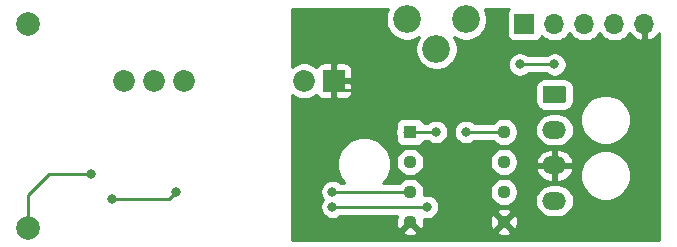
<source format=gbr>
G04 #@! TF.GenerationSoftware,KiCad,Pcbnew,(5.1.5)-3*
G04 #@! TF.CreationDate,2020-07-17T00:05:11-04:00*
G04 #@! TF.ProjectId,Power Transducer,506f7765-7220-4547-9261-6e7364756365,rev?*
G04 #@! TF.SameCoordinates,Original*
G04 #@! TF.FileFunction,Copper,L2,Bot*
G04 #@! TF.FilePolarity,Positive*
%FSLAX46Y46*%
G04 Gerber Fmt 4.6, Leading zero omitted, Abs format (unit mm)*
G04 Created by KiCad (PCBNEW (5.1.5)-3) date 2020-07-17 00:05:11*
%MOMM*%
%LPD*%
G04 APERTURE LIST*
%ADD10C,2.340000*%
%ADD11R,1.130000X1.130000*%
%ADD12C,1.130000*%
%ADD13C,2.000000*%
%ADD14C,0.100000*%
%ADD15O,2.020000X1.500000*%
%ADD16O,1.700000X1.700000*%
%ADD17R,1.700000X1.700000*%
%ADD18R,1.850000X1.850000*%
%ADD19C,1.850000*%
%ADD20C,0.800000*%
%ADD21C,0.250000*%
%ADD22C,0.254000*%
G04 APERTURE END LIST*
D10*
X131699000Y-71120000D03*
X129199000Y-73620000D03*
X126699000Y-71120000D03*
D11*
X126967000Y-80645000D03*
D12*
X126967000Y-83185000D03*
X126967000Y-85725000D03*
X126967000Y-88265000D03*
X134907000Y-88265000D03*
X134907000Y-85725000D03*
X134907000Y-83185000D03*
X134907000Y-80645000D03*
D13*
X94615000Y-71501000D03*
X94615000Y-88773000D03*
G04 #@! TA.AperFunction,ComponentPad*
D14*
G36*
X139976504Y-76721204D02*
G01*
X140000773Y-76724804D01*
X140024571Y-76730765D01*
X140047671Y-76739030D01*
X140069849Y-76749520D01*
X140090893Y-76762133D01*
X140110598Y-76776747D01*
X140128777Y-76793223D01*
X140145253Y-76811402D01*
X140159867Y-76831107D01*
X140172480Y-76852151D01*
X140182970Y-76874329D01*
X140191235Y-76897429D01*
X140197196Y-76921227D01*
X140200796Y-76945496D01*
X140202000Y-76970000D01*
X140202000Y-77970000D01*
X140200796Y-77994504D01*
X140197196Y-78018773D01*
X140191235Y-78042571D01*
X140182970Y-78065671D01*
X140172480Y-78087849D01*
X140159867Y-78108893D01*
X140145253Y-78128598D01*
X140128777Y-78146777D01*
X140110598Y-78163253D01*
X140090893Y-78177867D01*
X140069849Y-78190480D01*
X140047671Y-78200970D01*
X140024571Y-78209235D01*
X140000773Y-78215196D01*
X139976504Y-78218796D01*
X139952000Y-78220000D01*
X138432000Y-78220000D01*
X138407496Y-78218796D01*
X138383227Y-78215196D01*
X138359429Y-78209235D01*
X138336329Y-78200970D01*
X138314151Y-78190480D01*
X138293107Y-78177867D01*
X138273402Y-78163253D01*
X138255223Y-78146777D01*
X138238747Y-78128598D01*
X138224133Y-78108893D01*
X138211520Y-78087849D01*
X138201030Y-78065671D01*
X138192765Y-78042571D01*
X138186804Y-78018773D01*
X138183204Y-77994504D01*
X138182000Y-77970000D01*
X138182000Y-76970000D01*
X138183204Y-76945496D01*
X138186804Y-76921227D01*
X138192765Y-76897429D01*
X138201030Y-76874329D01*
X138211520Y-76852151D01*
X138224133Y-76831107D01*
X138238747Y-76811402D01*
X138255223Y-76793223D01*
X138273402Y-76776747D01*
X138293107Y-76762133D01*
X138314151Y-76749520D01*
X138336329Y-76739030D01*
X138359429Y-76730765D01*
X138383227Y-76724804D01*
X138407496Y-76721204D01*
X138432000Y-76720000D01*
X139952000Y-76720000D01*
X139976504Y-76721204D01*
G37*
G04 #@! TD.AperFunction*
D15*
X139192000Y-80470000D03*
X139192000Y-83470000D03*
X139192000Y-86470000D03*
D16*
X146812000Y-71501000D03*
X144272000Y-71501000D03*
X141732000Y-71501000D03*
X139192000Y-71501000D03*
D17*
X136652000Y-71501000D03*
D18*
X120523000Y-76327000D03*
D19*
X117983000Y-76327000D03*
X107823000Y-76327000D03*
X105283000Y-76327000D03*
X102743000Y-76327000D03*
D20*
X107188000Y-85725000D03*
X101727000Y-86360000D03*
X99949000Y-84201000D03*
X123317000Y-77089000D03*
X120396000Y-86995000D03*
X128397000Y-86995000D03*
X120396000Y-85725000D03*
X129159000Y-80645000D03*
X139192000Y-74930000D03*
X136271000Y-74930000D03*
X131699000Y-80645000D03*
D21*
X106553000Y-86360000D02*
X107188000Y-85725000D01*
X101727000Y-86360000D02*
X106553000Y-86360000D01*
X94615000Y-85979000D02*
X94615000Y-88773000D01*
X99949000Y-84201000D02*
X96393000Y-84201000D01*
X96393000Y-84201000D02*
X94615000Y-85979000D01*
X120523000Y-77089000D02*
X123317000Y-77089000D01*
X120396000Y-86995000D02*
X128016000Y-86995000D01*
X128016000Y-86995000D02*
X128397000Y-86995000D01*
X120396000Y-85725000D02*
X126459000Y-85725000D01*
X126459000Y-80645000D02*
X129159000Y-80645000D01*
X139192000Y-74930000D02*
X136271000Y-74930000D01*
X132207000Y-80645000D02*
X134399000Y-80645000D01*
X132207000Y-80645000D02*
X131699000Y-80645000D01*
D22*
G36*
X125099429Y-70265012D02*
G01*
X124963365Y-70593501D01*
X124894000Y-70942223D01*
X124894000Y-71297777D01*
X124963365Y-71646499D01*
X125099429Y-71974988D01*
X125296965Y-72270621D01*
X125548379Y-72522035D01*
X125844012Y-72719571D01*
X126172501Y-72855635D01*
X126521223Y-72925000D01*
X126876777Y-72925000D01*
X127225499Y-72855635D01*
X127553988Y-72719571D01*
X127690933Y-72628067D01*
X127599429Y-72765012D01*
X127463365Y-73093501D01*
X127394000Y-73442223D01*
X127394000Y-73797777D01*
X127463365Y-74146499D01*
X127599429Y-74474988D01*
X127796965Y-74770621D01*
X128048379Y-75022035D01*
X128344012Y-75219571D01*
X128672501Y-75355635D01*
X129021223Y-75425000D01*
X129376777Y-75425000D01*
X129725499Y-75355635D01*
X130053988Y-75219571D01*
X130349621Y-75022035D01*
X130543595Y-74828061D01*
X135236000Y-74828061D01*
X135236000Y-75031939D01*
X135275774Y-75231898D01*
X135353795Y-75420256D01*
X135467063Y-75589774D01*
X135611226Y-75733937D01*
X135780744Y-75847205D01*
X135969102Y-75925226D01*
X136169061Y-75965000D01*
X136372939Y-75965000D01*
X136572898Y-75925226D01*
X136761256Y-75847205D01*
X136930774Y-75733937D01*
X136974711Y-75690000D01*
X138488289Y-75690000D01*
X138532226Y-75733937D01*
X138701744Y-75847205D01*
X138890102Y-75925226D01*
X139090061Y-75965000D01*
X139293939Y-75965000D01*
X139493898Y-75925226D01*
X139682256Y-75847205D01*
X139851774Y-75733937D01*
X139995937Y-75589774D01*
X140109205Y-75420256D01*
X140187226Y-75231898D01*
X140227000Y-75031939D01*
X140227000Y-74828061D01*
X140187226Y-74628102D01*
X140109205Y-74439744D01*
X139995937Y-74270226D01*
X139851774Y-74126063D01*
X139682256Y-74012795D01*
X139493898Y-73934774D01*
X139293939Y-73895000D01*
X139090061Y-73895000D01*
X138890102Y-73934774D01*
X138701744Y-74012795D01*
X138532226Y-74126063D01*
X138488289Y-74170000D01*
X136974711Y-74170000D01*
X136930774Y-74126063D01*
X136761256Y-74012795D01*
X136572898Y-73934774D01*
X136372939Y-73895000D01*
X136169061Y-73895000D01*
X135969102Y-73934774D01*
X135780744Y-74012795D01*
X135611226Y-74126063D01*
X135467063Y-74270226D01*
X135353795Y-74439744D01*
X135275774Y-74628102D01*
X135236000Y-74828061D01*
X130543595Y-74828061D01*
X130601035Y-74770621D01*
X130798571Y-74474988D01*
X130934635Y-74146499D01*
X131004000Y-73797777D01*
X131004000Y-73442223D01*
X130934635Y-73093501D01*
X130798571Y-72765012D01*
X130707067Y-72628067D01*
X130844012Y-72719571D01*
X131172501Y-72855635D01*
X131521223Y-72925000D01*
X131876777Y-72925000D01*
X132225499Y-72855635D01*
X132553988Y-72719571D01*
X132849621Y-72522035D01*
X133101035Y-72270621D01*
X133298571Y-71974988D01*
X133434635Y-71646499D01*
X133504000Y-71297777D01*
X133504000Y-70942223D01*
X133434635Y-70593501D01*
X133298571Y-70265012D01*
X133292549Y-70256000D01*
X135304705Y-70256000D01*
X135271463Y-70296506D01*
X135212498Y-70406820D01*
X135176188Y-70526518D01*
X135163928Y-70651000D01*
X135163928Y-72351000D01*
X135176188Y-72475482D01*
X135212498Y-72595180D01*
X135271463Y-72705494D01*
X135350815Y-72802185D01*
X135447506Y-72881537D01*
X135557820Y-72940502D01*
X135677518Y-72976812D01*
X135802000Y-72989072D01*
X137502000Y-72989072D01*
X137626482Y-72976812D01*
X137746180Y-72940502D01*
X137856494Y-72881537D01*
X137953185Y-72802185D01*
X138032537Y-72705494D01*
X138091502Y-72595180D01*
X138113513Y-72522620D01*
X138245368Y-72654475D01*
X138488589Y-72816990D01*
X138758842Y-72928932D01*
X139045740Y-72986000D01*
X139338260Y-72986000D01*
X139625158Y-72928932D01*
X139895411Y-72816990D01*
X140138632Y-72654475D01*
X140345475Y-72447632D01*
X140462000Y-72273240D01*
X140578525Y-72447632D01*
X140785368Y-72654475D01*
X141028589Y-72816990D01*
X141298842Y-72928932D01*
X141585740Y-72986000D01*
X141878260Y-72986000D01*
X142165158Y-72928932D01*
X142435411Y-72816990D01*
X142678632Y-72654475D01*
X142885475Y-72447632D01*
X143002000Y-72273240D01*
X143118525Y-72447632D01*
X143325368Y-72654475D01*
X143568589Y-72816990D01*
X143838842Y-72928932D01*
X144125740Y-72986000D01*
X144418260Y-72986000D01*
X144705158Y-72928932D01*
X144975411Y-72816990D01*
X145218632Y-72654475D01*
X145425475Y-72447632D01*
X145547195Y-72265466D01*
X145616822Y-72382355D01*
X145811731Y-72598588D01*
X146045080Y-72772641D01*
X146307901Y-72897825D01*
X146455110Y-72942476D01*
X146685000Y-72821155D01*
X146685000Y-71628000D01*
X146665000Y-71628000D01*
X146665000Y-71374000D01*
X146685000Y-71374000D01*
X146685000Y-71354000D01*
X146939000Y-71354000D01*
X146939000Y-71374000D01*
X146959000Y-71374000D01*
X146959000Y-71628000D01*
X146939000Y-71628000D01*
X146939000Y-72821155D01*
X147168890Y-72942476D01*
X147316099Y-72897825D01*
X147578920Y-72772641D01*
X147812269Y-72598588D01*
X148007178Y-72382355D01*
X148057000Y-72298715D01*
X148057001Y-89764000D01*
X116967000Y-89764000D01*
X116967000Y-89089716D01*
X126321889Y-89089716D01*
X126364933Y-89309740D01*
X126580320Y-89407123D01*
X126810567Y-89460615D01*
X127046826Y-89468160D01*
X127280017Y-89429468D01*
X127501179Y-89346027D01*
X127569067Y-89309740D01*
X127612111Y-89089716D01*
X134261889Y-89089716D01*
X134304933Y-89309740D01*
X134520320Y-89407123D01*
X134750567Y-89460615D01*
X134986826Y-89468160D01*
X135220017Y-89429468D01*
X135441179Y-89346027D01*
X135509067Y-89309740D01*
X135552111Y-89089716D01*
X134907000Y-88444605D01*
X134261889Y-89089716D01*
X127612111Y-89089716D01*
X126967000Y-88444605D01*
X126321889Y-89089716D01*
X116967000Y-89089716D01*
X116967000Y-85623061D01*
X119361000Y-85623061D01*
X119361000Y-85826939D01*
X119400774Y-86026898D01*
X119478795Y-86215256D01*
X119575510Y-86360000D01*
X119478795Y-86504744D01*
X119400774Y-86693102D01*
X119361000Y-86893061D01*
X119361000Y-87096939D01*
X119400774Y-87296898D01*
X119478795Y-87485256D01*
X119592063Y-87654774D01*
X119736226Y-87798937D01*
X119905744Y-87912205D01*
X120094102Y-87990226D01*
X120294061Y-88030000D01*
X120497939Y-88030000D01*
X120697898Y-87990226D01*
X120886256Y-87912205D01*
X121055774Y-87798937D01*
X121099711Y-87755000D01*
X125880634Y-87755000D01*
X125824877Y-87878320D01*
X125771385Y-88108567D01*
X125763840Y-88344826D01*
X125802532Y-88578017D01*
X125885973Y-88799179D01*
X125922260Y-88867067D01*
X126142284Y-88910111D01*
X126787395Y-88265000D01*
X126773253Y-88250858D01*
X126952858Y-88071253D01*
X126967000Y-88085395D01*
X126981143Y-88071253D01*
X127160748Y-88250858D01*
X127146605Y-88265000D01*
X127791716Y-88910111D01*
X128011740Y-88867067D01*
X128109123Y-88651680D01*
X128162615Y-88421433D01*
X128165061Y-88344826D01*
X133703840Y-88344826D01*
X133742532Y-88578017D01*
X133825973Y-88799179D01*
X133862260Y-88867067D01*
X134082284Y-88910111D01*
X134727395Y-88265000D01*
X135086605Y-88265000D01*
X135731716Y-88910111D01*
X135951740Y-88867067D01*
X136049123Y-88651680D01*
X136102615Y-88421433D01*
X136110160Y-88185174D01*
X136071468Y-87951983D01*
X135988027Y-87730821D01*
X135951740Y-87662933D01*
X135731716Y-87619889D01*
X135086605Y-88265000D01*
X134727395Y-88265000D01*
X134082284Y-87619889D01*
X133862260Y-87662933D01*
X133764877Y-87878320D01*
X133711385Y-88108567D01*
X133703840Y-88344826D01*
X128165061Y-88344826D01*
X128170160Y-88185174D01*
X128139271Y-87999012D01*
X128295061Y-88030000D01*
X128498939Y-88030000D01*
X128698898Y-87990226D01*
X128887256Y-87912205D01*
X129056774Y-87798937D01*
X129200937Y-87654774D01*
X129314205Y-87485256D01*
X129332833Y-87440284D01*
X134261889Y-87440284D01*
X134907000Y-88085395D01*
X135552111Y-87440284D01*
X135509067Y-87220260D01*
X135293680Y-87122877D01*
X135063433Y-87069385D01*
X134827174Y-87061840D01*
X134593983Y-87100532D01*
X134372821Y-87183973D01*
X134304933Y-87220260D01*
X134261889Y-87440284D01*
X129332833Y-87440284D01*
X129392226Y-87296898D01*
X129432000Y-87096939D01*
X129432000Y-86893061D01*
X129392226Y-86693102D01*
X129314205Y-86504744D01*
X129200937Y-86335226D01*
X129056774Y-86191063D01*
X128887256Y-86077795D01*
X128698898Y-85999774D01*
X128498939Y-85960000D01*
X128295061Y-85960000D01*
X128137532Y-85991334D01*
X128167000Y-85843190D01*
X128167000Y-85606810D01*
X133707000Y-85606810D01*
X133707000Y-85843190D01*
X133753116Y-86075027D01*
X133843574Y-86293413D01*
X133974899Y-86489955D01*
X134142045Y-86657101D01*
X134338587Y-86788426D01*
X134556973Y-86878884D01*
X134788810Y-86925000D01*
X135025190Y-86925000D01*
X135257027Y-86878884D01*
X135475413Y-86788426D01*
X135671955Y-86657101D01*
X135839101Y-86489955D01*
X135852434Y-86470000D01*
X137540299Y-86470000D01*
X137567040Y-86741507D01*
X137646236Y-87002581D01*
X137774843Y-87243188D01*
X137947919Y-87454081D01*
X138158812Y-87627157D01*
X138399419Y-87755764D01*
X138660493Y-87834960D01*
X138863963Y-87855000D01*
X139520037Y-87855000D01*
X139723507Y-87834960D01*
X139984581Y-87755764D01*
X140225188Y-87627157D01*
X140436081Y-87454081D01*
X140609157Y-87243188D01*
X140737764Y-87002581D01*
X140816960Y-86741507D01*
X140843701Y-86470000D01*
X140816960Y-86198493D01*
X140737764Y-85937419D01*
X140609157Y-85696812D01*
X140436081Y-85485919D01*
X140225188Y-85312843D01*
X139984581Y-85184236D01*
X139723507Y-85105040D01*
X139520037Y-85085000D01*
X138863963Y-85085000D01*
X138660493Y-85105040D01*
X138399419Y-85184236D01*
X138158812Y-85312843D01*
X137947919Y-85485919D01*
X137774843Y-85696812D01*
X137646236Y-85937419D01*
X137567040Y-86198493D01*
X137540299Y-86470000D01*
X135852434Y-86470000D01*
X135970426Y-86293413D01*
X136060884Y-86075027D01*
X136107000Y-85843190D01*
X136107000Y-85606810D01*
X136060884Y-85374973D01*
X135970426Y-85156587D01*
X135839101Y-84960045D01*
X135671955Y-84792899D01*
X135475413Y-84661574D01*
X135257027Y-84571116D01*
X135025190Y-84525000D01*
X134788810Y-84525000D01*
X134556973Y-84571116D01*
X134338587Y-84661574D01*
X134142045Y-84792899D01*
X133974899Y-84960045D01*
X133843574Y-85156587D01*
X133753116Y-85374973D01*
X133707000Y-85606810D01*
X128167000Y-85606810D01*
X128120884Y-85374973D01*
X128030426Y-85156587D01*
X127899101Y-84960045D01*
X127731955Y-84792899D01*
X127535413Y-84661574D01*
X127317027Y-84571116D01*
X127085190Y-84525000D01*
X126848810Y-84525000D01*
X126616973Y-84571116D01*
X126398587Y-84661574D01*
X126202045Y-84792899D01*
X126034899Y-84960045D01*
X126031588Y-84965000D01*
X124719139Y-84965000D01*
X124852519Y-84831620D01*
X125104648Y-84454283D01*
X125278317Y-84035009D01*
X125366853Y-83589910D01*
X125366853Y-83136090D01*
X125353073Y-83066810D01*
X125767000Y-83066810D01*
X125767000Y-83303190D01*
X125813116Y-83535027D01*
X125903574Y-83753413D01*
X126034899Y-83949955D01*
X126202045Y-84117101D01*
X126398587Y-84248426D01*
X126616973Y-84338884D01*
X126848810Y-84385000D01*
X127085190Y-84385000D01*
X127317027Y-84338884D01*
X127535413Y-84248426D01*
X127731955Y-84117101D01*
X127899101Y-83949955D01*
X128030426Y-83753413D01*
X128120884Y-83535027D01*
X128167000Y-83303190D01*
X128167000Y-83066810D01*
X133707000Y-83066810D01*
X133707000Y-83303190D01*
X133753116Y-83535027D01*
X133843574Y-83753413D01*
X133974899Y-83949955D01*
X134142045Y-84117101D01*
X134338587Y-84248426D01*
X134556973Y-84338884D01*
X134788810Y-84385000D01*
X135025190Y-84385000D01*
X135257027Y-84338884D01*
X135475413Y-84248426D01*
X135671955Y-84117101D01*
X135839101Y-83949955D01*
X135931824Y-83811185D01*
X137589682Y-83811185D01*
X137603827Y-83882684D01*
X137709858Y-84133868D01*
X137862855Y-84359540D01*
X138056939Y-84551028D01*
X138284651Y-84700972D01*
X138537240Y-84803611D01*
X138805000Y-84855000D01*
X139065000Y-84855000D01*
X139065000Y-83597000D01*
X139319000Y-83597000D01*
X139319000Y-84855000D01*
X139579000Y-84855000D01*
X139846760Y-84803611D01*
X140099349Y-84700972D01*
X140327061Y-84551028D01*
X140521145Y-84359540D01*
X140674142Y-84133868D01*
X140684335Y-84109721D01*
X141377000Y-84109721D01*
X141377000Y-84530279D01*
X141459047Y-84942756D01*
X141619988Y-85331302D01*
X141853637Y-85680983D01*
X142151017Y-85978363D01*
X142500698Y-86212012D01*
X142889244Y-86372953D01*
X143301721Y-86455000D01*
X143722279Y-86455000D01*
X144134756Y-86372953D01*
X144523302Y-86212012D01*
X144872983Y-85978363D01*
X145170363Y-85680983D01*
X145404012Y-85331302D01*
X145564953Y-84942756D01*
X145647000Y-84530279D01*
X145647000Y-84109721D01*
X145564953Y-83697244D01*
X145404012Y-83308698D01*
X145170363Y-82959017D01*
X144872983Y-82661637D01*
X144523302Y-82427988D01*
X144134756Y-82267047D01*
X143722279Y-82185000D01*
X143301721Y-82185000D01*
X142889244Y-82267047D01*
X142500698Y-82427988D01*
X142151017Y-82661637D01*
X141853637Y-82959017D01*
X141619988Y-83308698D01*
X141459047Y-83697244D01*
X141377000Y-84109721D01*
X140684335Y-84109721D01*
X140780173Y-83882684D01*
X140794318Y-83811185D01*
X140671656Y-83597000D01*
X139319000Y-83597000D01*
X139065000Y-83597000D01*
X137712344Y-83597000D01*
X137589682Y-83811185D01*
X135931824Y-83811185D01*
X135970426Y-83753413D01*
X136060884Y-83535027D01*
X136107000Y-83303190D01*
X136107000Y-83128815D01*
X137589682Y-83128815D01*
X137712344Y-83343000D01*
X139065000Y-83343000D01*
X139065000Y-82085000D01*
X139319000Y-82085000D01*
X139319000Y-83343000D01*
X140671656Y-83343000D01*
X140794318Y-83128815D01*
X140780173Y-83057316D01*
X140674142Y-82806132D01*
X140521145Y-82580460D01*
X140327061Y-82388972D01*
X140099349Y-82239028D01*
X139846760Y-82136389D01*
X139579000Y-82085000D01*
X139319000Y-82085000D01*
X139065000Y-82085000D01*
X138805000Y-82085000D01*
X138537240Y-82136389D01*
X138284651Y-82239028D01*
X138056939Y-82388972D01*
X137862855Y-82580460D01*
X137709858Y-82806132D01*
X137603827Y-83057316D01*
X137589682Y-83128815D01*
X136107000Y-83128815D01*
X136107000Y-83066810D01*
X136060884Y-82834973D01*
X135970426Y-82616587D01*
X135839101Y-82420045D01*
X135671955Y-82252899D01*
X135475413Y-82121574D01*
X135257027Y-82031116D01*
X135025190Y-81985000D01*
X134788810Y-81985000D01*
X134556973Y-82031116D01*
X134338587Y-82121574D01*
X134142045Y-82252899D01*
X133974899Y-82420045D01*
X133843574Y-82616587D01*
X133753116Y-82834973D01*
X133707000Y-83066810D01*
X128167000Y-83066810D01*
X128120884Y-82834973D01*
X128030426Y-82616587D01*
X127899101Y-82420045D01*
X127731955Y-82252899D01*
X127535413Y-82121574D01*
X127317027Y-82031116D01*
X127085190Y-81985000D01*
X126848810Y-81985000D01*
X126616973Y-82031116D01*
X126398587Y-82121574D01*
X126202045Y-82252899D01*
X126034899Y-82420045D01*
X125903574Y-82616587D01*
X125813116Y-82834973D01*
X125767000Y-83066810D01*
X125353073Y-83066810D01*
X125278317Y-82690991D01*
X125104648Y-82271717D01*
X124852519Y-81894380D01*
X124531620Y-81573481D01*
X124154283Y-81321352D01*
X123735009Y-81147683D01*
X123289910Y-81059147D01*
X122836090Y-81059147D01*
X122390991Y-81147683D01*
X121971717Y-81321352D01*
X121594380Y-81573481D01*
X121273481Y-81894380D01*
X121021352Y-82271717D01*
X120847683Y-82690991D01*
X120759147Y-83136090D01*
X120759147Y-83589910D01*
X120847683Y-84035009D01*
X121021352Y-84454283D01*
X121273481Y-84831620D01*
X121406861Y-84965000D01*
X121099711Y-84965000D01*
X121055774Y-84921063D01*
X120886256Y-84807795D01*
X120697898Y-84729774D01*
X120497939Y-84690000D01*
X120294061Y-84690000D01*
X120094102Y-84729774D01*
X119905744Y-84807795D01*
X119736226Y-84921063D01*
X119592063Y-85065226D01*
X119478795Y-85234744D01*
X119400774Y-85423102D01*
X119361000Y-85623061D01*
X116967000Y-85623061D01*
X116967000Y-80645000D01*
X125695323Y-80645000D01*
X125709997Y-80793986D01*
X125753454Y-80937247D01*
X125763928Y-80956842D01*
X125763928Y-81210000D01*
X125776188Y-81334482D01*
X125812498Y-81454180D01*
X125871463Y-81564494D01*
X125950815Y-81661185D01*
X126047506Y-81740537D01*
X126157820Y-81799502D01*
X126277518Y-81835812D01*
X126402000Y-81848072D01*
X127532000Y-81848072D01*
X127656482Y-81835812D01*
X127776180Y-81799502D01*
X127886494Y-81740537D01*
X127983185Y-81661185D01*
X128062537Y-81564494D01*
X128121502Y-81454180D01*
X128136421Y-81405000D01*
X128455289Y-81405000D01*
X128499226Y-81448937D01*
X128668744Y-81562205D01*
X128857102Y-81640226D01*
X129057061Y-81680000D01*
X129260939Y-81680000D01*
X129460898Y-81640226D01*
X129649256Y-81562205D01*
X129818774Y-81448937D01*
X129962937Y-81304774D01*
X130076205Y-81135256D01*
X130154226Y-80946898D01*
X130194000Y-80746939D01*
X130194000Y-80543061D01*
X130664000Y-80543061D01*
X130664000Y-80746939D01*
X130703774Y-80946898D01*
X130781795Y-81135256D01*
X130895063Y-81304774D01*
X131039226Y-81448937D01*
X131208744Y-81562205D01*
X131397102Y-81640226D01*
X131597061Y-81680000D01*
X131800939Y-81680000D01*
X132000898Y-81640226D01*
X132189256Y-81562205D01*
X132358774Y-81448937D01*
X132402711Y-81405000D01*
X133971588Y-81405000D01*
X133974899Y-81409955D01*
X134142045Y-81577101D01*
X134338587Y-81708426D01*
X134556973Y-81798884D01*
X134788810Y-81845000D01*
X135025190Y-81845000D01*
X135257027Y-81798884D01*
X135475413Y-81708426D01*
X135671955Y-81577101D01*
X135839101Y-81409955D01*
X135970426Y-81213413D01*
X136060884Y-80995027D01*
X136107000Y-80763190D01*
X136107000Y-80526810D01*
X136095700Y-80470000D01*
X137540299Y-80470000D01*
X137567040Y-80741507D01*
X137646236Y-81002581D01*
X137774843Y-81243188D01*
X137947919Y-81454081D01*
X138158812Y-81627157D01*
X138399419Y-81755764D01*
X138660493Y-81834960D01*
X138863963Y-81855000D01*
X139520037Y-81855000D01*
X139723507Y-81834960D01*
X139984581Y-81755764D01*
X140225188Y-81627157D01*
X140436081Y-81454081D01*
X140609157Y-81243188D01*
X140737764Y-81002581D01*
X140816960Y-80741507D01*
X140843701Y-80470000D01*
X140816960Y-80198493D01*
X140737764Y-79937419D01*
X140609157Y-79696812D01*
X140436081Y-79485919D01*
X140343234Y-79409721D01*
X141377000Y-79409721D01*
X141377000Y-79830279D01*
X141459047Y-80242756D01*
X141619988Y-80631302D01*
X141853637Y-80980983D01*
X142151017Y-81278363D01*
X142500698Y-81512012D01*
X142889244Y-81672953D01*
X143301721Y-81755000D01*
X143722279Y-81755000D01*
X144134756Y-81672953D01*
X144523302Y-81512012D01*
X144872983Y-81278363D01*
X145170363Y-80980983D01*
X145404012Y-80631302D01*
X145564953Y-80242756D01*
X145647000Y-79830279D01*
X145647000Y-79409721D01*
X145564953Y-78997244D01*
X145404012Y-78608698D01*
X145170363Y-78259017D01*
X144872983Y-77961637D01*
X144523302Y-77727988D01*
X144134756Y-77567047D01*
X143722279Y-77485000D01*
X143301721Y-77485000D01*
X142889244Y-77567047D01*
X142500698Y-77727988D01*
X142151017Y-77961637D01*
X141853637Y-78259017D01*
X141619988Y-78608698D01*
X141459047Y-78997244D01*
X141377000Y-79409721D01*
X140343234Y-79409721D01*
X140225188Y-79312843D01*
X139984581Y-79184236D01*
X139723507Y-79105040D01*
X139520037Y-79085000D01*
X138863963Y-79085000D01*
X138660493Y-79105040D01*
X138399419Y-79184236D01*
X138158812Y-79312843D01*
X137947919Y-79485919D01*
X137774843Y-79696812D01*
X137646236Y-79937419D01*
X137567040Y-80198493D01*
X137540299Y-80470000D01*
X136095700Y-80470000D01*
X136060884Y-80294973D01*
X135970426Y-80076587D01*
X135839101Y-79880045D01*
X135671955Y-79712899D01*
X135475413Y-79581574D01*
X135257027Y-79491116D01*
X135025190Y-79445000D01*
X134788810Y-79445000D01*
X134556973Y-79491116D01*
X134338587Y-79581574D01*
X134142045Y-79712899D01*
X133974899Y-79880045D01*
X133971588Y-79885000D01*
X132402711Y-79885000D01*
X132358774Y-79841063D01*
X132189256Y-79727795D01*
X132000898Y-79649774D01*
X131800939Y-79610000D01*
X131597061Y-79610000D01*
X131397102Y-79649774D01*
X131208744Y-79727795D01*
X131039226Y-79841063D01*
X130895063Y-79985226D01*
X130781795Y-80154744D01*
X130703774Y-80343102D01*
X130664000Y-80543061D01*
X130194000Y-80543061D01*
X130154226Y-80343102D01*
X130076205Y-80154744D01*
X129962937Y-79985226D01*
X129818774Y-79841063D01*
X129649256Y-79727795D01*
X129460898Y-79649774D01*
X129260939Y-79610000D01*
X129057061Y-79610000D01*
X128857102Y-79649774D01*
X128668744Y-79727795D01*
X128499226Y-79841063D01*
X128455289Y-79885000D01*
X128136421Y-79885000D01*
X128121502Y-79835820D01*
X128062537Y-79725506D01*
X127983185Y-79628815D01*
X127886494Y-79549463D01*
X127776180Y-79490498D01*
X127656482Y-79454188D01*
X127532000Y-79441928D01*
X126402000Y-79441928D01*
X126277518Y-79454188D01*
X126157820Y-79490498D01*
X126047506Y-79549463D01*
X125950815Y-79628815D01*
X125871463Y-79725506D01*
X125812498Y-79835820D01*
X125776188Y-79955518D01*
X125763928Y-80080000D01*
X125763928Y-80333158D01*
X125753454Y-80352753D01*
X125709997Y-80496014D01*
X125695323Y-80645000D01*
X116967000Y-80645000D01*
X116967000Y-77517173D01*
X116988558Y-77538731D01*
X117244063Y-77709454D01*
X117527965Y-77827050D01*
X117829353Y-77887000D01*
X118136647Y-77887000D01*
X118438035Y-77827050D01*
X118721937Y-77709454D01*
X118977442Y-77538731D01*
X119012502Y-77503671D01*
X119067463Y-77606494D01*
X119146815Y-77703185D01*
X119243506Y-77782537D01*
X119353820Y-77841502D01*
X119473518Y-77877812D01*
X119598000Y-77890072D01*
X120237250Y-77887000D01*
X120396000Y-77728250D01*
X120396000Y-76454000D01*
X120650000Y-76454000D01*
X120650000Y-77728250D01*
X120808750Y-77887000D01*
X121448000Y-77890072D01*
X121572482Y-77877812D01*
X121692180Y-77841502D01*
X121802494Y-77782537D01*
X121899185Y-77703185D01*
X121978537Y-77606494D01*
X122037502Y-77496180D01*
X122073812Y-77376482D01*
X122086072Y-77252000D01*
X122084717Y-76970000D01*
X137543928Y-76970000D01*
X137543928Y-77970000D01*
X137560992Y-78143254D01*
X137611528Y-78309850D01*
X137693595Y-78463386D01*
X137804038Y-78597962D01*
X137938614Y-78708405D01*
X138092150Y-78790472D01*
X138258746Y-78841008D01*
X138432000Y-78858072D01*
X139952000Y-78858072D01*
X140125254Y-78841008D01*
X140291850Y-78790472D01*
X140445386Y-78708405D01*
X140579962Y-78597962D01*
X140690405Y-78463386D01*
X140772472Y-78309850D01*
X140823008Y-78143254D01*
X140840072Y-77970000D01*
X140840072Y-76970000D01*
X140823008Y-76796746D01*
X140772472Y-76630150D01*
X140690405Y-76476614D01*
X140579962Y-76342038D01*
X140445386Y-76231595D01*
X140291850Y-76149528D01*
X140125254Y-76098992D01*
X139952000Y-76081928D01*
X138432000Y-76081928D01*
X138258746Y-76098992D01*
X138092150Y-76149528D01*
X137938614Y-76231595D01*
X137804038Y-76342038D01*
X137693595Y-76476614D01*
X137611528Y-76630150D01*
X137560992Y-76796746D01*
X137543928Y-76970000D01*
X122084717Y-76970000D01*
X122083000Y-76612750D01*
X121924250Y-76454000D01*
X120650000Y-76454000D01*
X120396000Y-76454000D01*
X120376000Y-76454000D01*
X120376000Y-76200000D01*
X120396000Y-76200000D01*
X120396000Y-74925750D01*
X120650000Y-74925750D01*
X120650000Y-76200000D01*
X121924250Y-76200000D01*
X122083000Y-76041250D01*
X122086072Y-75402000D01*
X122073812Y-75277518D01*
X122037502Y-75157820D01*
X121978537Y-75047506D01*
X121899185Y-74950815D01*
X121802494Y-74871463D01*
X121692180Y-74812498D01*
X121572482Y-74776188D01*
X121448000Y-74763928D01*
X120808750Y-74767000D01*
X120650000Y-74925750D01*
X120396000Y-74925750D01*
X120237250Y-74767000D01*
X119598000Y-74763928D01*
X119473518Y-74776188D01*
X119353820Y-74812498D01*
X119243506Y-74871463D01*
X119146815Y-74950815D01*
X119067463Y-75047506D01*
X119012502Y-75150329D01*
X118977442Y-75115269D01*
X118721937Y-74944546D01*
X118438035Y-74826950D01*
X118136647Y-74767000D01*
X117829353Y-74767000D01*
X117527965Y-74826950D01*
X117244063Y-74944546D01*
X116988558Y-75115269D01*
X116967000Y-75136827D01*
X116967000Y-70256000D01*
X125105451Y-70256000D01*
X125099429Y-70265012D01*
G37*
X125099429Y-70265012D02*
X124963365Y-70593501D01*
X124894000Y-70942223D01*
X124894000Y-71297777D01*
X124963365Y-71646499D01*
X125099429Y-71974988D01*
X125296965Y-72270621D01*
X125548379Y-72522035D01*
X125844012Y-72719571D01*
X126172501Y-72855635D01*
X126521223Y-72925000D01*
X126876777Y-72925000D01*
X127225499Y-72855635D01*
X127553988Y-72719571D01*
X127690933Y-72628067D01*
X127599429Y-72765012D01*
X127463365Y-73093501D01*
X127394000Y-73442223D01*
X127394000Y-73797777D01*
X127463365Y-74146499D01*
X127599429Y-74474988D01*
X127796965Y-74770621D01*
X128048379Y-75022035D01*
X128344012Y-75219571D01*
X128672501Y-75355635D01*
X129021223Y-75425000D01*
X129376777Y-75425000D01*
X129725499Y-75355635D01*
X130053988Y-75219571D01*
X130349621Y-75022035D01*
X130543595Y-74828061D01*
X135236000Y-74828061D01*
X135236000Y-75031939D01*
X135275774Y-75231898D01*
X135353795Y-75420256D01*
X135467063Y-75589774D01*
X135611226Y-75733937D01*
X135780744Y-75847205D01*
X135969102Y-75925226D01*
X136169061Y-75965000D01*
X136372939Y-75965000D01*
X136572898Y-75925226D01*
X136761256Y-75847205D01*
X136930774Y-75733937D01*
X136974711Y-75690000D01*
X138488289Y-75690000D01*
X138532226Y-75733937D01*
X138701744Y-75847205D01*
X138890102Y-75925226D01*
X139090061Y-75965000D01*
X139293939Y-75965000D01*
X139493898Y-75925226D01*
X139682256Y-75847205D01*
X139851774Y-75733937D01*
X139995937Y-75589774D01*
X140109205Y-75420256D01*
X140187226Y-75231898D01*
X140227000Y-75031939D01*
X140227000Y-74828061D01*
X140187226Y-74628102D01*
X140109205Y-74439744D01*
X139995937Y-74270226D01*
X139851774Y-74126063D01*
X139682256Y-74012795D01*
X139493898Y-73934774D01*
X139293939Y-73895000D01*
X139090061Y-73895000D01*
X138890102Y-73934774D01*
X138701744Y-74012795D01*
X138532226Y-74126063D01*
X138488289Y-74170000D01*
X136974711Y-74170000D01*
X136930774Y-74126063D01*
X136761256Y-74012795D01*
X136572898Y-73934774D01*
X136372939Y-73895000D01*
X136169061Y-73895000D01*
X135969102Y-73934774D01*
X135780744Y-74012795D01*
X135611226Y-74126063D01*
X135467063Y-74270226D01*
X135353795Y-74439744D01*
X135275774Y-74628102D01*
X135236000Y-74828061D01*
X130543595Y-74828061D01*
X130601035Y-74770621D01*
X130798571Y-74474988D01*
X130934635Y-74146499D01*
X131004000Y-73797777D01*
X131004000Y-73442223D01*
X130934635Y-73093501D01*
X130798571Y-72765012D01*
X130707067Y-72628067D01*
X130844012Y-72719571D01*
X131172501Y-72855635D01*
X131521223Y-72925000D01*
X131876777Y-72925000D01*
X132225499Y-72855635D01*
X132553988Y-72719571D01*
X132849621Y-72522035D01*
X133101035Y-72270621D01*
X133298571Y-71974988D01*
X133434635Y-71646499D01*
X133504000Y-71297777D01*
X133504000Y-70942223D01*
X133434635Y-70593501D01*
X133298571Y-70265012D01*
X133292549Y-70256000D01*
X135304705Y-70256000D01*
X135271463Y-70296506D01*
X135212498Y-70406820D01*
X135176188Y-70526518D01*
X135163928Y-70651000D01*
X135163928Y-72351000D01*
X135176188Y-72475482D01*
X135212498Y-72595180D01*
X135271463Y-72705494D01*
X135350815Y-72802185D01*
X135447506Y-72881537D01*
X135557820Y-72940502D01*
X135677518Y-72976812D01*
X135802000Y-72989072D01*
X137502000Y-72989072D01*
X137626482Y-72976812D01*
X137746180Y-72940502D01*
X137856494Y-72881537D01*
X137953185Y-72802185D01*
X138032537Y-72705494D01*
X138091502Y-72595180D01*
X138113513Y-72522620D01*
X138245368Y-72654475D01*
X138488589Y-72816990D01*
X138758842Y-72928932D01*
X139045740Y-72986000D01*
X139338260Y-72986000D01*
X139625158Y-72928932D01*
X139895411Y-72816990D01*
X140138632Y-72654475D01*
X140345475Y-72447632D01*
X140462000Y-72273240D01*
X140578525Y-72447632D01*
X140785368Y-72654475D01*
X141028589Y-72816990D01*
X141298842Y-72928932D01*
X141585740Y-72986000D01*
X141878260Y-72986000D01*
X142165158Y-72928932D01*
X142435411Y-72816990D01*
X142678632Y-72654475D01*
X142885475Y-72447632D01*
X143002000Y-72273240D01*
X143118525Y-72447632D01*
X143325368Y-72654475D01*
X143568589Y-72816990D01*
X143838842Y-72928932D01*
X144125740Y-72986000D01*
X144418260Y-72986000D01*
X144705158Y-72928932D01*
X144975411Y-72816990D01*
X145218632Y-72654475D01*
X145425475Y-72447632D01*
X145547195Y-72265466D01*
X145616822Y-72382355D01*
X145811731Y-72598588D01*
X146045080Y-72772641D01*
X146307901Y-72897825D01*
X146455110Y-72942476D01*
X146685000Y-72821155D01*
X146685000Y-71628000D01*
X146665000Y-71628000D01*
X146665000Y-71374000D01*
X146685000Y-71374000D01*
X146685000Y-71354000D01*
X146939000Y-71354000D01*
X146939000Y-71374000D01*
X146959000Y-71374000D01*
X146959000Y-71628000D01*
X146939000Y-71628000D01*
X146939000Y-72821155D01*
X147168890Y-72942476D01*
X147316099Y-72897825D01*
X147578920Y-72772641D01*
X147812269Y-72598588D01*
X148007178Y-72382355D01*
X148057000Y-72298715D01*
X148057001Y-89764000D01*
X116967000Y-89764000D01*
X116967000Y-89089716D01*
X126321889Y-89089716D01*
X126364933Y-89309740D01*
X126580320Y-89407123D01*
X126810567Y-89460615D01*
X127046826Y-89468160D01*
X127280017Y-89429468D01*
X127501179Y-89346027D01*
X127569067Y-89309740D01*
X127612111Y-89089716D01*
X134261889Y-89089716D01*
X134304933Y-89309740D01*
X134520320Y-89407123D01*
X134750567Y-89460615D01*
X134986826Y-89468160D01*
X135220017Y-89429468D01*
X135441179Y-89346027D01*
X135509067Y-89309740D01*
X135552111Y-89089716D01*
X134907000Y-88444605D01*
X134261889Y-89089716D01*
X127612111Y-89089716D01*
X126967000Y-88444605D01*
X126321889Y-89089716D01*
X116967000Y-89089716D01*
X116967000Y-85623061D01*
X119361000Y-85623061D01*
X119361000Y-85826939D01*
X119400774Y-86026898D01*
X119478795Y-86215256D01*
X119575510Y-86360000D01*
X119478795Y-86504744D01*
X119400774Y-86693102D01*
X119361000Y-86893061D01*
X119361000Y-87096939D01*
X119400774Y-87296898D01*
X119478795Y-87485256D01*
X119592063Y-87654774D01*
X119736226Y-87798937D01*
X119905744Y-87912205D01*
X120094102Y-87990226D01*
X120294061Y-88030000D01*
X120497939Y-88030000D01*
X120697898Y-87990226D01*
X120886256Y-87912205D01*
X121055774Y-87798937D01*
X121099711Y-87755000D01*
X125880634Y-87755000D01*
X125824877Y-87878320D01*
X125771385Y-88108567D01*
X125763840Y-88344826D01*
X125802532Y-88578017D01*
X125885973Y-88799179D01*
X125922260Y-88867067D01*
X126142284Y-88910111D01*
X126787395Y-88265000D01*
X126773253Y-88250858D01*
X126952858Y-88071253D01*
X126967000Y-88085395D01*
X126981143Y-88071253D01*
X127160748Y-88250858D01*
X127146605Y-88265000D01*
X127791716Y-88910111D01*
X128011740Y-88867067D01*
X128109123Y-88651680D01*
X128162615Y-88421433D01*
X128165061Y-88344826D01*
X133703840Y-88344826D01*
X133742532Y-88578017D01*
X133825973Y-88799179D01*
X133862260Y-88867067D01*
X134082284Y-88910111D01*
X134727395Y-88265000D01*
X135086605Y-88265000D01*
X135731716Y-88910111D01*
X135951740Y-88867067D01*
X136049123Y-88651680D01*
X136102615Y-88421433D01*
X136110160Y-88185174D01*
X136071468Y-87951983D01*
X135988027Y-87730821D01*
X135951740Y-87662933D01*
X135731716Y-87619889D01*
X135086605Y-88265000D01*
X134727395Y-88265000D01*
X134082284Y-87619889D01*
X133862260Y-87662933D01*
X133764877Y-87878320D01*
X133711385Y-88108567D01*
X133703840Y-88344826D01*
X128165061Y-88344826D01*
X128170160Y-88185174D01*
X128139271Y-87999012D01*
X128295061Y-88030000D01*
X128498939Y-88030000D01*
X128698898Y-87990226D01*
X128887256Y-87912205D01*
X129056774Y-87798937D01*
X129200937Y-87654774D01*
X129314205Y-87485256D01*
X129332833Y-87440284D01*
X134261889Y-87440284D01*
X134907000Y-88085395D01*
X135552111Y-87440284D01*
X135509067Y-87220260D01*
X135293680Y-87122877D01*
X135063433Y-87069385D01*
X134827174Y-87061840D01*
X134593983Y-87100532D01*
X134372821Y-87183973D01*
X134304933Y-87220260D01*
X134261889Y-87440284D01*
X129332833Y-87440284D01*
X129392226Y-87296898D01*
X129432000Y-87096939D01*
X129432000Y-86893061D01*
X129392226Y-86693102D01*
X129314205Y-86504744D01*
X129200937Y-86335226D01*
X129056774Y-86191063D01*
X128887256Y-86077795D01*
X128698898Y-85999774D01*
X128498939Y-85960000D01*
X128295061Y-85960000D01*
X128137532Y-85991334D01*
X128167000Y-85843190D01*
X128167000Y-85606810D01*
X133707000Y-85606810D01*
X133707000Y-85843190D01*
X133753116Y-86075027D01*
X133843574Y-86293413D01*
X133974899Y-86489955D01*
X134142045Y-86657101D01*
X134338587Y-86788426D01*
X134556973Y-86878884D01*
X134788810Y-86925000D01*
X135025190Y-86925000D01*
X135257027Y-86878884D01*
X135475413Y-86788426D01*
X135671955Y-86657101D01*
X135839101Y-86489955D01*
X135852434Y-86470000D01*
X137540299Y-86470000D01*
X137567040Y-86741507D01*
X137646236Y-87002581D01*
X137774843Y-87243188D01*
X137947919Y-87454081D01*
X138158812Y-87627157D01*
X138399419Y-87755764D01*
X138660493Y-87834960D01*
X138863963Y-87855000D01*
X139520037Y-87855000D01*
X139723507Y-87834960D01*
X139984581Y-87755764D01*
X140225188Y-87627157D01*
X140436081Y-87454081D01*
X140609157Y-87243188D01*
X140737764Y-87002581D01*
X140816960Y-86741507D01*
X140843701Y-86470000D01*
X140816960Y-86198493D01*
X140737764Y-85937419D01*
X140609157Y-85696812D01*
X140436081Y-85485919D01*
X140225188Y-85312843D01*
X139984581Y-85184236D01*
X139723507Y-85105040D01*
X139520037Y-85085000D01*
X138863963Y-85085000D01*
X138660493Y-85105040D01*
X138399419Y-85184236D01*
X138158812Y-85312843D01*
X137947919Y-85485919D01*
X137774843Y-85696812D01*
X137646236Y-85937419D01*
X137567040Y-86198493D01*
X137540299Y-86470000D01*
X135852434Y-86470000D01*
X135970426Y-86293413D01*
X136060884Y-86075027D01*
X136107000Y-85843190D01*
X136107000Y-85606810D01*
X136060884Y-85374973D01*
X135970426Y-85156587D01*
X135839101Y-84960045D01*
X135671955Y-84792899D01*
X135475413Y-84661574D01*
X135257027Y-84571116D01*
X135025190Y-84525000D01*
X134788810Y-84525000D01*
X134556973Y-84571116D01*
X134338587Y-84661574D01*
X134142045Y-84792899D01*
X133974899Y-84960045D01*
X133843574Y-85156587D01*
X133753116Y-85374973D01*
X133707000Y-85606810D01*
X128167000Y-85606810D01*
X128120884Y-85374973D01*
X128030426Y-85156587D01*
X127899101Y-84960045D01*
X127731955Y-84792899D01*
X127535413Y-84661574D01*
X127317027Y-84571116D01*
X127085190Y-84525000D01*
X126848810Y-84525000D01*
X126616973Y-84571116D01*
X126398587Y-84661574D01*
X126202045Y-84792899D01*
X126034899Y-84960045D01*
X126031588Y-84965000D01*
X124719139Y-84965000D01*
X124852519Y-84831620D01*
X125104648Y-84454283D01*
X125278317Y-84035009D01*
X125366853Y-83589910D01*
X125366853Y-83136090D01*
X125353073Y-83066810D01*
X125767000Y-83066810D01*
X125767000Y-83303190D01*
X125813116Y-83535027D01*
X125903574Y-83753413D01*
X126034899Y-83949955D01*
X126202045Y-84117101D01*
X126398587Y-84248426D01*
X126616973Y-84338884D01*
X126848810Y-84385000D01*
X127085190Y-84385000D01*
X127317027Y-84338884D01*
X127535413Y-84248426D01*
X127731955Y-84117101D01*
X127899101Y-83949955D01*
X128030426Y-83753413D01*
X128120884Y-83535027D01*
X128167000Y-83303190D01*
X128167000Y-83066810D01*
X133707000Y-83066810D01*
X133707000Y-83303190D01*
X133753116Y-83535027D01*
X133843574Y-83753413D01*
X133974899Y-83949955D01*
X134142045Y-84117101D01*
X134338587Y-84248426D01*
X134556973Y-84338884D01*
X134788810Y-84385000D01*
X135025190Y-84385000D01*
X135257027Y-84338884D01*
X135475413Y-84248426D01*
X135671955Y-84117101D01*
X135839101Y-83949955D01*
X135931824Y-83811185D01*
X137589682Y-83811185D01*
X137603827Y-83882684D01*
X137709858Y-84133868D01*
X137862855Y-84359540D01*
X138056939Y-84551028D01*
X138284651Y-84700972D01*
X138537240Y-84803611D01*
X138805000Y-84855000D01*
X139065000Y-84855000D01*
X139065000Y-83597000D01*
X139319000Y-83597000D01*
X139319000Y-84855000D01*
X139579000Y-84855000D01*
X139846760Y-84803611D01*
X140099349Y-84700972D01*
X140327061Y-84551028D01*
X140521145Y-84359540D01*
X140674142Y-84133868D01*
X140684335Y-84109721D01*
X141377000Y-84109721D01*
X141377000Y-84530279D01*
X141459047Y-84942756D01*
X141619988Y-85331302D01*
X141853637Y-85680983D01*
X142151017Y-85978363D01*
X142500698Y-86212012D01*
X142889244Y-86372953D01*
X143301721Y-86455000D01*
X143722279Y-86455000D01*
X144134756Y-86372953D01*
X144523302Y-86212012D01*
X144872983Y-85978363D01*
X145170363Y-85680983D01*
X145404012Y-85331302D01*
X145564953Y-84942756D01*
X145647000Y-84530279D01*
X145647000Y-84109721D01*
X145564953Y-83697244D01*
X145404012Y-83308698D01*
X145170363Y-82959017D01*
X144872983Y-82661637D01*
X144523302Y-82427988D01*
X144134756Y-82267047D01*
X143722279Y-82185000D01*
X143301721Y-82185000D01*
X142889244Y-82267047D01*
X142500698Y-82427988D01*
X142151017Y-82661637D01*
X141853637Y-82959017D01*
X141619988Y-83308698D01*
X141459047Y-83697244D01*
X141377000Y-84109721D01*
X140684335Y-84109721D01*
X140780173Y-83882684D01*
X140794318Y-83811185D01*
X140671656Y-83597000D01*
X139319000Y-83597000D01*
X139065000Y-83597000D01*
X137712344Y-83597000D01*
X137589682Y-83811185D01*
X135931824Y-83811185D01*
X135970426Y-83753413D01*
X136060884Y-83535027D01*
X136107000Y-83303190D01*
X136107000Y-83128815D01*
X137589682Y-83128815D01*
X137712344Y-83343000D01*
X139065000Y-83343000D01*
X139065000Y-82085000D01*
X139319000Y-82085000D01*
X139319000Y-83343000D01*
X140671656Y-83343000D01*
X140794318Y-83128815D01*
X140780173Y-83057316D01*
X140674142Y-82806132D01*
X140521145Y-82580460D01*
X140327061Y-82388972D01*
X140099349Y-82239028D01*
X139846760Y-82136389D01*
X139579000Y-82085000D01*
X139319000Y-82085000D01*
X139065000Y-82085000D01*
X138805000Y-82085000D01*
X138537240Y-82136389D01*
X138284651Y-82239028D01*
X138056939Y-82388972D01*
X137862855Y-82580460D01*
X137709858Y-82806132D01*
X137603827Y-83057316D01*
X137589682Y-83128815D01*
X136107000Y-83128815D01*
X136107000Y-83066810D01*
X136060884Y-82834973D01*
X135970426Y-82616587D01*
X135839101Y-82420045D01*
X135671955Y-82252899D01*
X135475413Y-82121574D01*
X135257027Y-82031116D01*
X135025190Y-81985000D01*
X134788810Y-81985000D01*
X134556973Y-82031116D01*
X134338587Y-82121574D01*
X134142045Y-82252899D01*
X133974899Y-82420045D01*
X133843574Y-82616587D01*
X133753116Y-82834973D01*
X133707000Y-83066810D01*
X128167000Y-83066810D01*
X128120884Y-82834973D01*
X128030426Y-82616587D01*
X127899101Y-82420045D01*
X127731955Y-82252899D01*
X127535413Y-82121574D01*
X127317027Y-82031116D01*
X127085190Y-81985000D01*
X126848810Y-81985000D01*
X126616973Y-82031116D01*
X126398587Y-82121574D01*
X126202045Y-82252899D01*
X126034899Y-82420045D01*
X125903574Y-82616587D01*
X125813116Y-82834973D01*
X125767000Y-83066810D01*
X125353073Y-83066810D01*
X125278317Y-82690991D01*
X125104648Y-82271717D01*
X124852519Y-81894380D01*
X124531620Y-81573481D01*
X124154283Y-81321352D01*
X123735009Y-81147683D01*
X123289910Y-81059147D01*
X122836090Y-81059147D01*
X122390991Y-81147683D01*
X121971717Y-81321352D01*
X121594380Y-81573481D01*
X121273481Y-81894380D01*
X121021352Y-82271717D01*
X120847683Y-82690991D01*
X120759147Y-83136090D01*
X120759147Y-83589910D01*
X120847683Y-84035009D01*
X121021352Y-84454283D01*
X121273481Y-84831620D01*
X121406861Y-84965000D01*
X121099711Y-84965000D01*
X121055774Y-84921063D01*
X120886256Y-84807795D01*
X120697898Y-84729774D01*
X120497939Y-84690000D01*
X120294061Y-84690000D01*
X120094102Y-84729774D01*
X119905744Y-84807795D01*
X119736226Y-84921063D01*
X119592063Y-85065226D01*
X119478795Y-85234744D01*
X119400774Y-85423102D01*
X119361000Y-85623061D01*
X116967000Y-85623061D01*
X116967000Y-80645000D01*
X125695323Y-80645000D01*
X125709997Y-80793986D01*
X125753454Y-80937247D01*
X125763928Y-80956842D01*
X125763928Y-81210000D01*
X125776188Y-81334482D01*
X125812498Y-81454180D01*
X125871463Y-81564494D01*
X125950815Y-81661185D01*
X126047506Y-81740537D01*
X126157820Y-81799502D01*
X126277518Y-81835812D01*
X126402000Y-81848072D01*
X127532000Y-81848072D01*
X127656482Y-81835812D01*
X127776180Y-81799502D01*
X127886494Y-81740537D01*
X127983185Y-81661185D01*
X128062537Y-81564494D01*
X128121502Y-81454180D01*
X128136421Y-81405000D01*
X128455289Y-81405000D01*
X128499226Y-81448937D01*
X128668744Y-81562205D01*
X128857102Y-81640226D01*
X129057061Y-81680000D01*
X129260939Y-81680000D01*
X129460898Y-81640226D01*
X129649256Y-81562205D01*
X129818774Y-81448937D01*
X129962937Y-81304774D01*
X130076205Y-81135256D01*
X130154226Y-80946898D01*
X130194000Y-80746939D01*
X130194000Y-80543061D01*
X130664000Y-80543061D01*
X130664000Y-80746939D01*
X130703774Y-80946898D01*
X130781795Y-81135256D01*
X130895063Y-81304774D01*
X131039226Y-81448937D01*
X131208744Y-81562205D01*
X131397102Y-81640226D01*
X131597061Y-81680000D01*
X131800939Y-81680000D01*
X132000898Y-81640226D01*
X132189256Y-81562205D01*
X132358774Y-81448937D01*
X132402711Y-81405000D01*
X133971588Y-81405000D01*
X133974899Y-81409955D01*
X134142045Y-81577101D01*
X134338587Y-81708426D01*
X134556973Y-81798884D01*
X134788810Y-81845000D01*
X135025190Y-81845000D01*
X135257027Y-81798884D01*
X135475413Y-81708426D01*
X135671955Y-81577101D01*
X135839101Y-81409955D01*
X135970426Y-81213413D01*
X136060884Y-80995027D01*
X136107000Y-80763190D01*
X136107000Y-80526810D01*
X136095700Y-80470000D01*
X137540299Y-80470000D01*
X137567040Y-80741507D01*
X137646236Y-81002581D01*
X137774843Y-81243188D01*
X137947919Y-81454081D01*
X138158812Y-81627157D01*
X138399419Y-81755764D01*
X138660493Y-81834960D01*
X138863963Y-81855000D01*
X139520037Y-81855000D01*
X139723507Y-81834960D01*
X139984581Y-81755764D01*
X140225188Y-81627157D01*
X140436081Y-81454081D01*
X140609157Y-81243188D01*
X140737764Y-81002581D01*
X140816960Y-80741507D01*
X140843701Y-80470000D01*
X140816960Y-80198493D01*
X140737764Y-79937419D01*
X140609157Y-79696812D01*
X140436081Y-79485919D01*
X140343234Y-79409721D01*
X141377000Y-79409721D01*
X141377000Y-79830279D01*
X141459047Y-80242756D01*
X141619988Y-80631302D01*
X141853637Y-80980983D01*
X142151017Y-81278363D01*
X142500698Y-81512012D01*
X142889244Y-81672953D01*
X143301721Y-81755000D01*
X143722279Y-81755000D01*
X144134756Y-81672953D01*
X144523302Y-81512012D01*
X144872983Y-81278363D01*
X145170363Y-80980983D01*
X145404012Y-80631302D01*
X145564953Y-80242756D01*
X145647000Y-79830279D01*
X145647000Y-79409721D01*
X145564953Y-78997244D01*
X145404012Y-78608698D01*
X145170363Y-78259017D01*
X144872983Y-77961637D01*
X144523302Y-77727988D01*
X144134756Y-77567047D01*
X143722279Y-77485000D01*
X143301721Y-77485000D01*
X142889244Y-77567047D01*
X142500698Y-77727988D01*
X142151017Y-77961637D01*
X141853637Y-78259017D01*
X141619988Y-78608698D01*
X141459047Y-78997244D01*
X141377000Y-79409721D01*
X140343234Y-79409721D01*
X140225188Y-79312843D01*
X139984581Y-79184236D01*
X139723507Y-79105040D01*
X139520037Y-79085000D01*
X138863963Y-79085000D01*
X138660493Y-79105040D01*
X138399419Y-79184236D01*
X138158812Y-79312843D01*
X137947919Y-79485919D01*
X137774843Y-79696812D01*
X137646236Y-79937419D01*
X137567040Y-80198493D01*
X137540299Y-80470000D01*
X136095700Y-80470000D01*
X136060884Y-80294973D01*
X135970426Y-80076587D01*
X135839101Y-79880045D01*
X135671955Y-79712899D01*
X135475413Y-79581574D01*
X135257027Y-79491116D01*
X135025190Y-79445000D01*
X134788810Y-79445000D01*
X134556973Y-79491116D01*
X134338587Y-79581574D01*
X134142045Y-79712899D01*
X133974899Y-79880045D01*
X133971588Y-79885000D01*
X132402711Y-79885000D01*
X132358774Y-79841063D01*
X132189256Y-79727795D01*
X132000898Y-79649774D01*
X131800939Y-79610000D01*
X131597061Y-79610000D01*
X131397102Y-79649774D01*
X131208744Y-79727795D01*
X131039226Y-79841063D01*
X130895063Y-79985226D01*
X130781795Y-80154744D01*
X130703774Y-80343102D01*
X130664000Y-80543061D01*
X130194000Y-80543061D01*
X130154226Y-80343102D01*
X130076205Y-80154744D01*
X129962937Y-79985226D01*
X129818774Y-79841063D01*
X129649256Y-79727795D01*
X129460898Y-79649774D01*
X129260939Y-79610000D01*
X129057061Y-79610000D01*
X128857102Y-79649774D01*
X128668744Y-79727795D01*
X128499226Y-79841063D01*
X128455289Y-79885000D01*
X128136421Y-79885000D01*
X128121502Y-79835820D01*
X128062537Y-79725506D01*
X127983185Y-79628815D01*
X127886494Y-79549463D01*
X127776180Y-79490498D01*
X127656482Y-79454188D01*
X127532000Y-79441928D01*
X126402000Y-79441928D01*
X126277518Y-79454188D01*
X126157820Y-79490498D01*
X126047506Y-79549463D01*
X125950815Y-79628815D01*
X125871463Y-79725506D01*
X125812498Y-79835820D01*
X125776188Y-79955518D01*
X125763928Y-80080000D01*
X125763928Y-80333158D01*
X125753454Y-80352753D01*
X125709997Y-80496014D01*
X125695323Y-80645000D01*
X116967000Y-80645000D01*
X116967000Y-77517173D01*
X116988558Y-77538731D01*
X117244063Y-77709454D01*
X117527965Y-77827050D01*
X117829353Y-77887000D01*
X118136647Y-77887000D01*
X118438035Y-77827050D01*
X118721937Y-77709454D01*
X118977442Y-77538731D01*
X119012502Y-77503671D01*
X119067463Y-77606494D01*
X119146815Y-77703185D01*
X119243506Y-77782537D01*
X119353820Y-77841502D01*
X119473518Y-77877812D01*
X119598000Y-77890072D01*
X120237250Y-77887000D01*
X120396000Y-77728250D01*
X120396000Y-76454000D01*
X120650000Y-76454000D01*
X120650000Y-77728250D01*
X120808750Y-77887000D01*
X121448000Y-77890072D01*
X121572482Y-77877812D01*
X121692180Y-77841502D01*
X121802494Y-77782537D01*
X121899185Y-77703185D01*
X121978537Y-77606494D01*
X122037502Y-77496180D01*
X122073812Y-77376482D01*
X122086072Y-77252000D01*
X122084717Y-76970000D01*
X137543928Y-76970000D01*
X137543928Y-77970000D01*
X137560992Y-78143254D01*
X137611528Y-78309850D01*
X137693595Y-78463386D01*
X137804038Y-78597962D01*
X137938614Y-78708405D01*
X138092150Y-78790472D01*
X138258746Y-78841008D01*
X138432000Y-78858072D01*
X139952000Y-78858072D01*
X140125254Y-78841008D01*
X140291850Y-78790472D01*
X140445386Y-78708405D01*
X140579962Y-78597962D01*
X140690405Y-78463386D01*
X140772472Y-78309850D01*
X140823008Y-78143254D01*
X140840072Y-77970000D01*
X140840072Y-76970000D01*
X140823008Y-76796746D01*
X140772472Y-76630150D01*
X140690405Y-76476614D01*
X140579962Y-76342038D01*
X140445386Y-76231595D01*
X140291850Y-76149528D01*
X140125254Y-76098992D01*
X139952000Y-76081928D01*
X138432000Y-76081928D01*
X138258746Y-76098992D01*
X138092150Y-76149528D01*
X137938614Y-76231595D01*
X137804038Y-76342038D01*
X137693595Y-76476614D01*
X137611528Y-76630150D01*
X137560992Y-76796746D01*
X137543928Y-76970000D01*
X122084717Y-76970000D01*
X122083000Y-76612750D01*
X121924250Y-76454000D01*
X120650000Y-76454000D01*
X120396000Y-76454000D01*
X120376000Y-76454000D01*
X120376000Y-76200000D01*
X120396000Y-76200000D01*
X120396000Y-74925750D01*
X120650000Y-74925750D01*
X120650000Y-76200000D01*
X121924250Y-76200000D01*
X122083000Y-76041250D01*
X122086072Y-75402000D01*
X122073812Y-75277518D01*
X122037502Y-75157820D01*
X121978537Y-75047506D01*
X121899185Y-74950815D01*
X121802494Y-74871463D01*
X121692180Y-74812498D01*
X121572482Y-74776188D01*
X121448000Y-74763928D01*
X120808750Y-74767000D01*
X120650000Y-74925750D01*
X120396000Y-74925750D01*
X120237250Y-74767000D01*
X119598000Y-74763928D01*
X119473518Y-74776188D01*
X119353820Y-74812498D01*
X119243506Y-74871463D01*
X119146815Y-74950815D01*
X119067463Y-75047506D01*
X119012502Y-75150329D01*
X118977442Y-75115269D01*
X118721937Y-74944546D01*
X118438035Y-74826950D01*
X118136647Y-74767000D01*
X117829353Y-74767000D01*
X117527965Y-74826950D01*
X117244063Y-74944546D01*
X116988558Y-75115269D01*
X116967000Y-75136827D01*
X116967000Y-70256000D01*
X125105451Y-70256000D01*
X125099429Y-70265012D01*
M02*

</source>
